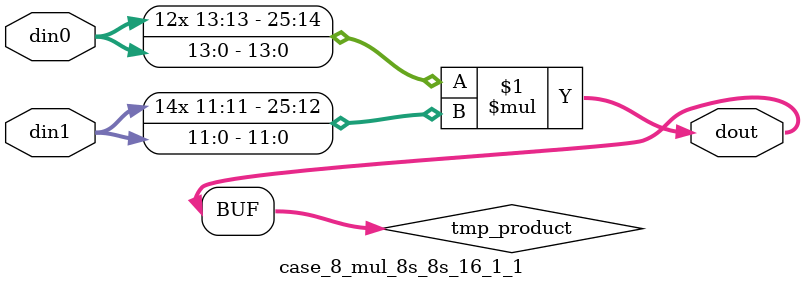
<source format=v>

`timescale 1 ns / 1 ps

 (* use_dsp = "no" *)  module case_8_mul_8s_8s_16_1_1(din0, din1, dout);
parameter ID = 1;
parameter NUM_STAGE = 0;
parameter din0_WIDTH = 14;
parameter din1_WIDTH = 12;
parameter dout_WIDTH = 26;

input [din0_WIDTH - 1 : 0] din0; 
input [din1_WIDTH - 1 : 0] din1; 
output [dout_WIDTH - 1 : 0] dout;

wire signed [dout_WIDTH - 1 : 0] tmp_product;



























assign tmp_product = $signed(din0) * $signed(din1);








assign dout = tmp_product;





















endmodule

</source>
